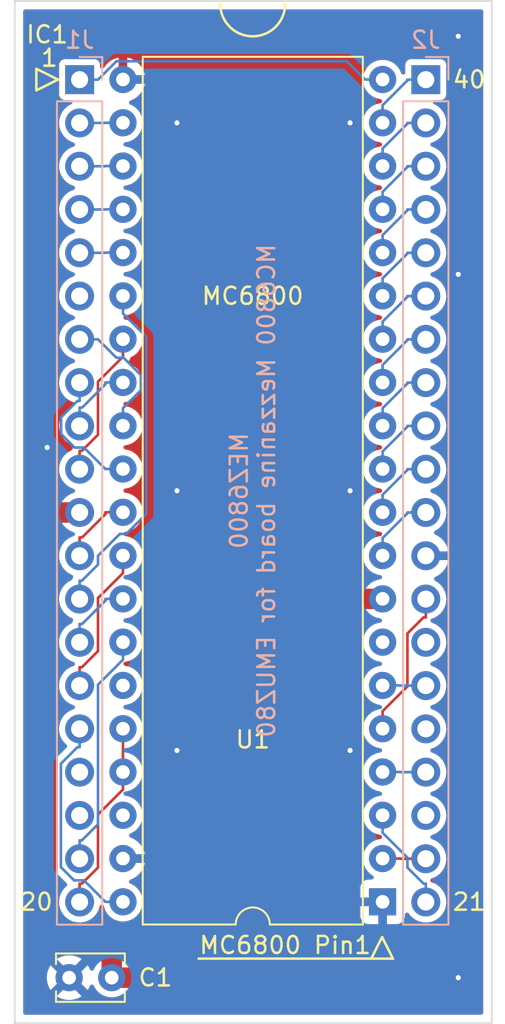
<source format=kicad_pcb>
(kicad_pcb (version 20211014) (generator pcbnew)
  (title_block (title "EMU6502") (date "2022-08-09") (rev "A"))
  (layers (0 "F.Cu" signal) (31 "B.Cu" signal) (34 "B.Paste" user) (35 "F.Paste" user) (36 "B.SilkS" user "B.Silkscreen") (37 "F.SilkS" user "F.Silkscreen") (38 "B.Mask" user) (39 "F.Mask" user) (44 "Edge.Cuts" user))
  (net 0 "")
  (net 1 "GND")
  (net 2 "VCC")
  (net 3 "A11")
  (net 4 "A12")
  (net 5 "A13")
  (net 6 "A14")
  (net 7 "A15")
  (net 8 "~{RW}")
  (net 9 "D4")
  (net 10 "D3")
  (net 11 "D5")
  (net 12 "D6")
  (net 13 "D2")
  (net 14 "D7")
  (net 15 "D0")
  (net 16 "D1")
  (net 18 "PHI2")
  (net 19 "~{RESET}")
  (net 20 "A10")
  (net 21 "A9")
  (net 22 "A8")
  (net 23 "A7")
  (net 24 "A6")
  (net 25 "A5")
  (net 26 "A4")
  (net 27 "A3")
  (net 28 "A2")
  (net 29 "A1")
  (net 30 "A0")
  (net 31 "VMA")
  (net 33 "~{NMI}")
  (net 35 "~{IRQ}")
  (net 37 "~{HALT}")
  (net 38 "PHI1")
  (footprint "Package_DIP:DIP-40_W15.24mm" (layer "F.Cu") (at 121.595 142.875 180)
    (fp_text reference "U1" (at 7.62 9.52) (layer "F.SilkS"))
    (fp_text value "MC6800")
    (fp_line (start 1.16 49.59) (end 14.08 49.59) (layer "F.SilkS") (width 0.12))
    (fp_line (start 14.08 49.59) (end 14.08 -1.33) (layer "F.SilkS") (width 0.12))
    (fp_line (start 6.62 -1.33) (end 1.16 -1.33) (layer "F.SilkS") (width 0.12))
    (fp_line (start 14.08 -1.33) (end 8.62 -1.33) (layer "F.SilkS") (width 0.12))
    (fp_line (start 1.16 -1.33) (end 1.16 49.59) (layer "F.SilkS") (width 0.12))
    (fp_arc (start 8.62 -1.33) (mid 7.62 -0.33) (end 6.62 -1.33) (layer "F.SilkS") (width 0.12))
    (pad "1" thru_hole rect (at 0 0 180) (size 1.6 1.6) (drill 0.8) (layers *.Cu *.Mask) (net 1 "GND"))
    (pad "2" thru_hole oval (at 0 2.54 180) (size 1.6 1.6) (drill 0.8) (layers *.Cu *.Mask) (net 37 "~{HALT}"))
    (pad "3" thru_hole oval (at 0 5.08 180) (size 1.6 1.6) (drill 0.8) (layers *.Cu *.Mask) (net 38 "PHI1"))
    (pad "4" thru_hole oval (at 0 7.62 180) (size 1.6 1.6) (drill 0.8) (layers *.Cu *.Mask) (net 35 "~{IRQ}"))
    (pad "5" thru_hole oval (at 0 10.16 180) (size 1.6 1.6) (drill 0.8) (layers *.Cu *.Mask) (net 31 "VMA"))
    (pad "6" thru_hole oval (at 0 12.7 180) (size 1.6 1.6) (drill 0.8) (layers *.Cu *.Mask) (net 33 "~{NMI}"))
    (pad "7" thru_hole oval (at 0 15.24 180) (size 1.6 1.6) (drill 0.8) (layers *.Cu *.Mask))
    (pad "8" thru_hole oval (at 0 17.78 180) (size 1.6 1.6) (drill 0.8) (layers *.Cu *.Mask) (net 2 "VCC"))
    (pad "9" thru_hole oval (at 0 20.32 180) (size 1.6 1.6) (drill 0.8) (layers *.Cu *.Mask) (net 30 "A0"))
    (pad "10" thru_hole oval (at 0 22.86 180) (size 1.6 1.6) (drill 0.8) (layers *.Cu *.Mask) (net 29 "A1"))
    (pad "11" thru_hole oval (at 0 25.4 180) (size 1.6 1.6) (drill 0.8) (layers *.Cu *.Mask) (net 28 "A2"))
    (pad "12" thru_hole oval (at 0 27.94 180) (size 1.6 1.6) (drill 0.8) (layers *.Cu *.Mask) (net 27 "A3"))
    (pad "13" thru_hole oval (at 0 30.48 180) (size 1.6 1.6) (drill 0.8) (layers *.Cu *.Mask) (net 26 "A4"))
    (pad "14" thru_hole oval (at 0 33.02 180) (size 1.6 1.6) (drill 0.8) (layers *.Cu *.Mask) (net 25 "A5"))
    (pad "15" thru_hole oval (at 0 35.56 180) (size 1.6 1.6) (drill 0.8) (layers *.Cu *.Mask) (net 24 "A6"))
    (pad "16" thru_hole oval (at 0 38.1 180) (size 1.6 1.6) (drill 0.8) (layers *.Cu *.Mask) (net 23 "A7"))
    (pad "17" thru_hole oval (at 0 40.64 180) (size 1.6 1.6) (drill 0.8) (layers *.Cu *.Mask) (net 22 "A8"))
    (pad "18" thru_hole oval (at 0 43.18 180) (size 1.6 1.6) (drill 0.8) (layers *.Cu *.Mask) (net 21 "A9"))
    (pad "19" thru_hole oval (at 0 45.72 180) (size 1.6 1.6) (drill 0.8) (layers *.Cu *.Mask) (net 20 "A10"))
    (pad "20" thru_hole oval (at 0 48.26 180) (size 1.6 1.6) (drill 0.8) (layers *.Cu *.Mask) (net 3 "A11"))
    (pad "21" thru_hole oval (at 15.24 48.26 180) (size 1.6 1.6) (drill 0.8) (layers *.Cu *.Mask) (net 1 "GND"))
    (pad "22" thru_hole oval (at 15.24 45.72 180) (size 1.6 1.6) (drill 0.8) (layers *.Cu *.Mask) (net 4 "A12"))
    (pad "23" thru_hole oval (at 15.24 43.18 180) (size 1.6 1.6) (drill 0.8) (layers *.Cu *.Mask) (net 5 "A13"))
    (pad "24" thru_hole oval (at 15.24 40.64 180) (size 1.6 1.6) (drill 0.8) (layers *.Cu *.Mask) (net 6 "A14"))
    (pad "25" thru_hole oval (at 15.24 38.1 180) (size 1.6 1.6) (drill 0.8) (layers *.Cu *.Mask) (net 7 "A15"))
    (pad "26" thru_hole oval (at 15.24 35.56 180) (size 1.6 1.6) (drill 0.8) (layers *.Cu *.Mask) (net 14 "D7"))
    (pad "27" thru_hole oval (at 15.24 33.02 180) (size 1.6 1.6) (drill 0.8) (layers *.Cu *.Mask) (net 12 "D6"))
    (pad "28" thru_hole oval (at 15.24 30.48 180) (size 1.6 1.6) (drill 0.8) (layers *.Cu *.Mask) (net 11 "D5"))
    (pad "29" thru_hole oval (at 15.24 27.94 180) (size 1.6 1.6) (drill 0.8) (layers *.Cu *.Mask) (net 9 "D4"))
    (pad "30" thru_hole oval (at 15.24 25.4 180) (size 1.6 1.6) (drill 0.8) (layers *.Cu *.Mask) (net 10 "D3"))
    (pad "31" thru_hole oval (at 15.24 22.86 180) (size 1.6 1.6) (drill 0.8) (layers *.Cu *.Mask) (net 13 "D2"))
    (pad "32" thru_hole oval (at 15.24 20.32 180) (size 1.6 1.6) (drill 0.8) (layers *.Cu *.Mask) (net 16 "D1"))
    (pad "33" thru_hole oval (at 15.24 17.78 180) (size 1.6 1.6) (drill 0.8) (layers *.Cu *.Mask) (net 15 "D0"))
    (pad "34" thru_hole oval (at 15.24 15.24 180) (size 1.6 1.6) (drill 0.8) (layers *.Cu *.Mask) (net 8 "~{RW}"))
    (pad "35" thru_hole oval (at 15.24 12.7 180) (size 1.6 1.6) (drill 0.8) (layers *.Cu *.Mask))
    (pad "36" thru_hole oval (at 15.24 10.16 180) (size 1.6 1.6) (drill 0.8) (layers *.Cu *.Mask) (net 18 "PHI2"))
    (pad "37" thru_hole oval (at 15.24 7.62 180) (size 1.6 1.6) (drill 0.8) (layers *.Cu *.Mask) (net 18 "PHI2"))
    (pad "38" thru_hole oval (at 15.24 5.08 180) (size 1.6 1.6) (drill 0.8) (layers *.Cu *.Mask))
    (pad "39" thru_hole oval (at 15.24 2.54 180) (size 1.6 1.6) (drill 0.8) (layers *.Cu *.Mask) (net 1 "GND"))
    (pad "40" thru_hole oval (at 15.24 0 180) (size 1.6 1.6) (drill 0.8) (layers *.Cu *.Mask) (net 19 "~{RESET}"))
  )
  (footprint "Capacitor_THT:C_Disc_D3.8mm_W2.6mm_P2.50mm" (layer "F.Cu") (at 105.695 147.325 180)
    (fp_text reference "C1" (at -2.56 0) (layer "F.SilkS"))
    (fp_text value "0.1uF")
    (fp_line (start -0.77 -1.42) (end -0.77 -0.795) (layer "F.SilkS") (width 0.12))
    (fp_line (start -0.77 1.42) (end 3.27 1.42) (layer "F.SilkS") (width 0.12))
    (fp_line (start 3.27 0.795) (end 3.27 1.42) (layer "F.SilkS") (width 0.12))
    (fp_line (start -0.77 0.795) (end -0.77 1.42) (layer "F.SilkS") (width 0.12))
    (fp_line (start 3.27 -1.42) (end 3.27 -0.795) (layer "F.SilkS") (width 0.12))
    (fp_line (start -0.77 -1.42) (end 3.27 -1.42) (layer "F.SilkS") (width 0.12))
    (pad "1" thru_hole circle (at 0 0 180) (size 1.6 1.6) (drill 0.8) (layers *.Cu *.Mask) (net 2 "VCC"))
    (pad "2" thru_hole circle (at 2.5 0 180) (size 1.6 1.6) (drill 0.8) (layers *.Cu *.Mask) (net 1 "GND"))
  )
  (footprint "Connector_PinHeader_2.54mm:PinHeader_1x20_P2.54mm_Vertical" (layer "B.Cu") (at 124.13 94.625 180)
    (fp_text reference "J2" (at 0 2.33) (layer "B.SilkS") (effects (justify mirror)))
    (fp_text value "Conn_01x20")
    (fp_line (start -1.33 0) (end -1.33 1.33) (layer "B.SilkS") (width 0.12))
    (fp_line (start -1.33 -1.27) (end -1.33 -49.59) (layer "B.SilkS") (width 0.12))
    (fp_line (start -1.33 -49.59) (end 1.33 -49.59) (layer "B.SilkS") (width 0.12))
    (fp_line (start -1.33 -1.27) (end 1.33 -1.27) (layer "B.SilkS") (width 0.12))
    (fp_line (start -1.33 1.33) (end 0 1.33) (layer "B.SilkS") (width 0.12))
    (fp_line (start 1.33 -1.27) (end 1.33 -49.59) (layer "B.SilkS") (width 0.12))
    (pad "1" thru_hole rect (at 0 0 180) (size 1.7 1.7) (drill 1) (layers *.Cu *.Mask) (net 20 "A10"))
    (pad "2" thru_hole oval (at 0 -2.54 180) (size 1.7 1.7) (drill 1) (layers *.Cu *.Mask) (net 21 "A9"))
    (pad "3" thru_hole oval (at 0 -5.08 180) (size 1.7 1.7) (drill 1) (layers *.Cu *.Mask) (net 22 "A8"))
    (pad "4" thru_hole oval (at 0 -7.62 180) (size 1.7 1.7) (drill 1) (layers *.Cu *.Mask) (net 23 "A7"))
    (pad "5" thru_hole oval (at 0 -10.16 180) (size 1.7 1.7) (drill 1) (layers *.Cu *.Mask) (net 24 "A6"))
    (pad "6" thru_hole oval (at 0 -12.7 180) (size 1.7 1.7) (drill 1) (layers *.Cu *.Mask) (net 25 "A5"))
    (pad "7" thru_hole oval (at 0 -15.24 180) (size 1.7 1.7) (drill 1) (layers *.Cu *.Mask) (net 26 "A4"))
    (pad "8" thru_hole oval (at 0 -17.78 180) (size 1.7 1.7) (drill 1) (layers *.Cu *.Mask) (net 27 "A3"))
    (pad "9" thru_hole oval (at 0 -20.32 180) (size 1.7 1.7) (drill 1) (layers *.Cu *.Mask) (net 28 "A2"))
    (pad "10" thru_hole oval (at 0 -22.86 180) (size 1.7 1.7) (drill 1) (layers *.Cu *.Mask) (net 29 "A1"))
    (pad "11" thru_hole oval (at 0 -25.4 180) (size 1.7 1.7) (drill 1) (layers *.Cu *.Mask) (net 30 "A0"))
    (pad "12" thru_hole oval (at 0 -27.94 180) (size 1.7 1.7) (drill 1) (layers *.Cu *.Mask) (net 1 "GND"))
    (pad "13" thru_hole oval (at 0 -30.48 180) (size 1.7 1.7) (drill 1) (layers *.Cu *.Mask) (net 31 "VMA"))
    (pad "14" thru_hole oval (at 0 -33.02 180) (size 1.7 1.7) (drill 1) (layers *.Cu *.Mask))
    (pad "15" thru_hole oval (at 0 -35.56 180) (size 1.7 1.7) (drill 1) (layers *.Cu *.Mask) (net 33 "~{NMI}"))
    (pad "16" thru_hole oval (at 0 -38.1 180) (size 1.7 1.7) (drill 1) (layers *.Cu *.Mask))
    (pad "17" thru_hole oval (at 0 -40.64 180) (size 1.7 1.7) (drill 1) (layers *.Cu *.Mask) (net 35 "~{IRQ}"))
    (pad "18" thru_hole oval (at 0 -43.18 180) (size 1.7 1.7) (drill 1) (layers *.Cu *.Mask))
    (pad "19" thru_hole oval (at 0 -45.72 180) (size 1.7 1.7) (drill 1) (layers *.Cu *.Mask) (net 37 "~{HALT}"))
    (pad "20" thru_hole oval (at 0 -48.26 180) (size 1.7 1.7) (drill 1) (layers *.Cu *.Mask) (net 38 "PHI1"))
  )
  (footprint "Connector_PinHeader_2.54mm:PinHeader_1x20_P2.54mm_Vertical" (layer "B.Cu") (at 103.81 94.625 180)
    (fp_text reference "J1" (at 0 2.33) (layer "B.SilkS") (effects (justify mirror)))
    (fp_text value "Conn_01x20")
    (fp_line (start -1.33 1.33) (end 0 1.33) (layer "B.SilkS") (width 0.12))
    (fp_line (start -1.33 -1.27) (end -1.33 -49.59) (layer "B.SilkS") (width 0.12))
    (fp_line (start -1.33 -49.59) (end 1.33 -49.59) (layer "B.SilkS") (width 0.12))
    (fp_line (start -1.33 0) (end -1.33 1.33) (layer "B.SilkS") (width 0.12))
    (fp_line (start -1.33 -1.27) (end 1.33 -1.27) (layer "B.SilkS") (width 0.12))
    (fp_line (start 1.33 -1.27) (end 1.33 -49.59) (layer "B.SilkS") (width 0.12))
    (pad "1" thru_hole rect (at 0 0 180) (size 1.7 1.7) (drill 1) (layers *.Cu *.Mask) (net 3 "A11"))
    (pad "2" thru_hole oval (at 0 -2.54 180) (size 1.7 1.7) (drill 1) (layers *.Cu *.Mask) (net 4 "A12"))
    (pad "3" thru_hole oval (at 0 -5.08 180) (size 1.7 1.7) (drill 1) (layers *.Cu *.Mask) (net 5 "A13"))
    (pad "4" thru_hole oval (at 0 -7.62 180) (size 1.7 1.7) (drill 1) (layers *.Cu *.Mask) (net 6 "A14"))
    (pad "5" thru_hole oval (at 0 -10.16 180) (size 1.7 1.7) (drill 1) (layers *.Cu *.Mask) (net 7 "A15"))
    (pad "6" thru_hole oval (at 0 -12.7 180) (size 1.7 1.7) (drill 1) (layers *.Cu *.Mask))
    (pad "7" thru_hole oval (at 0 -15.24 180) (size 1.7 1.7) (drill 1) (layers *.Cu *.Mask) (net 9 "D4"))
    (pad "8" thru_hole oval (at 0 -17.78 180) (size 1.7 1.7) (drill 1) (layers *.Cu *.Mask) (net 10 "D3"))
    (pad "9" thru_hole oval (at 0 -20.32 180) (size 1.7 1.7) (drill 1) (layers *.Cu *.Mask) (net 11 "D5"))
    (pad "10" thru_hole oval (at 0 -22.86 180) (size 1.7 1.7) (drill 1) (layers *.Cu *.Mask) (net 12 "D6"))
    (pad "11" thru_hole oval (at 0 -25.4 180) (size 1.7 1.7) (drill 1) (layers *.Cu *.Mask) (net 2 "VCC"))
    (pad "12" thru_hole oval (at 0 -27.94 180) (size 1.7 1.7) (drill 1) (layers *.Cu *.Mask) (net 13 "D2"))
    (pad "13" thru_hole oval (at 0 -30.48 180) (size 1.7 1.7) (drill 1) (layers *.Cu *.Mask) (net 14 "D7"))
    (pad "14" thru_hole oval (at 0 -33.02 180) (size 1.7 1.7) (drill 1) (layers *.Cu *.Mask) (net 15 "D0"))
    (pad "15" thru_hole oval (at 0 -35.56 180) (size 1.7 1.7) (drill 1) (layers *.Cu *.Mask) (net 16 "D1"))
    (pad "16" thru_hole oval (at 0 -38.1 180) (size 1.7 1.7) (drill 1) (layers *.Cu *.Mask) (net 19 "~{RESET}"))
    (pad "17" thru_hole oval (at 0 -40.64 180) (size 1.7 1.7) (drill 1) (layers *.Cu *.Mask))
    (pad "18" thru_hole oval (at 0 -43.18 180) (size 1.7 1.7) (drill 1) (layers *.Cu *.Mask))
    (pad "19" thru_hole oval (at 0 -45.72 180) (size 1.7 1.7) (drill 1) (layers *.Cu *.Mask) (net 8 "~{RW}"))
    (pad "20" thru_hole oval (at 0 -48.26 180) (size 1.7 1.7) (drill 1) (layers *.Cu *.Mask) (net 18 "PHI2"))
  )
  (gr_poly (pts (xy 122.1996 146.2074) (xy 120.9296 146.2074) (xy 121.5646 144.9374)) (layer "F.SilkS") (width 0.15) (fill none))
  (gr_line (start 110.795 146.2074) (end 120.9296 146.2074) (layer "F.SilkS") (width 0.15))
  (gr_poly (pts (xy 102.54 94.62) (xy 101.27 95.255) (xy 101.27 93.985)) (layer "F.SilkS") (width 0.15) (fill none))
  (gr_arc (start 115.875 90.175) (mid 113.97 92.08) (end 112.065 90.175) (layer "F.SilkS") (width 0.15))
  (gr_rect locked (start 100 150) (end 128 90) (layer "Edge.Cuts") (width 0.1) (fill none))
  (gr_text "MEZ6800\nMC6800 Mezzanine board for EMUZ80" (at 113.97 118.75 90) (layer "B.SilkS") (effects (font (size 1 1)) (justify mirror)))
  (gr_text "MC6800 Pin1" (at 115.875 145.42) (layer "F.SilkS") (effects (font (size 1 1))))
  (gr_text "21" (at 126.67 142.88) (layer "F.SilkS") (effects (font (size 1 1))))
  (gr_text "20" (at 101.27 142.88) (layer "F.SilkS") (effects (font (size 1 1))))
  (gr_text "1" (at 102.032 93.35) (layer "F.SilkS") (effects (font (size 1 1))))
  (gr_text "IC1" (at 101.905 91.9784) (layer "F.SilkS") (effects (font (size 1 1))))
  (gr_text "40" (at 126.67 94.62) (layer "F.SilkS") (effects (font (size 1 1))))
  (gr_text "MC6800" (at 113.97 107.32) (layer "F.SilkS") (effects (font (size 1 1))))
  (via (at 119.685 133.99) (size 0.605) (drill 0.3) (layers "F.Cu" "B.Cu") (net 1))
  (via (at 119.685 97.16) (size 0.605) (drill 0.3) (layers "F.Cu" "B.Cu") (net 1))
  (via (at 126.035 106.05) (size 0.605) (drill 0.3) (layers "F.Cu" "B.Cu") (net 1))
  (via (at 109.525 133.99) (size 0.605) (drill 0.3) (layers "F.Cu" "B.Cu") (net 1))
  (via (at 109.525 97.16) (size 0.605) (drill 0.3) (layers "F.Cu" "B.Cu") (net 1))
  (via (at 119.685 118.75) (size 0.605) (drill 0.3) (layers "F.Cu" "B.Cu") (net 1))
  (via (at 126.035 147.325) (size 0.605) (drill 0.3) (layers "F.Cu" "B.Cu") (net 1))
  (via (at 101.905 116.21) (size 0.605) (drill 0.3) (layers "F.Cu" "B.Cu") (net 1))
  (via (at 109.525 118.75) (size 0.605) (drill 0.3) (layers "F.Cu" "B.Cu") (net 1))
  (via (at 126.035 92.08) (size 0.605) (drill 0.3) (layers "F.Cu" "B.Cu") (net 1))
  (segment (start 117.78 146.055) (end 117.78 126.37) (width 1.2) (layer "F.Cu") (net 2))
  (segment (start 117.78 126.37) (end 119.055 125.095) (width 1.2) (layer "F.Cu") (net 2))
  (segment (start 103.81 120.025) (end 102.535 120.025) (width 1.2) (layer "F.Cu") (net 2))
  (segment (start 102.535 120.025) (end 101.905 120.655) (width 1.2) (layer "F.Cu") (net 2))
  (segment (start 101.905 144.15) (end 103.175 145.42) (width 1.2) (layer "F.Cu") (net 2))
  (segment (start 103.175 145.42) (end 105.08 145.42) (width 1.2) (layer "F.Cu") (net 2))
  (segment (start 105.695 146.075) (end 105.695 147.325) (width 1.2) (layer "F.Cu") (net 2))
  (segment (start 105.08 145.42) (end 105.715 146.055) (width 1.2) (layer "F.Cu") (net 2))
  (segment (start 105.695 147.325) (end 116.51 147.325) (width 1.2) (layer "F.Cu") (net 2))
  (segment (start 116.51 147.325) (end 117.78 146.055) (width 1.2) (layer "F.Cu") (net 2))
  (segment (start 105.715 146.055) (end 105.695 146.075) (width 1.2) (layer "F.Cu") (net 2))
  (segment (start 101.905 120.655) (end 101.905 144.15) (width 1.2) (layer "F.Cu") (net 2))
  (segment (start 119.055 125.095) (end 121.595 125.095) (width 1.2) (layer "F.Cu") (net 2))
  (segment (start 105.9691 93.5448) (end 119.4959 93.5448) (width 0.1524) (layer "B.Cu") (net 3))
  (segment (start 104.8889 94.625) (end 105.9691 93.5448) (width 0.1524) (layer "B.Cu") (net 3))
  (segment (start 119.4959 93.5448) (end 120.5661 94.615) (width 0.1524) (layer "B.Cu") (net 3))
  (segment (start 103.81 94.625) (end 104.8889 94.625) (width 0.1524) (layer "B.Cu") (net 3))
  (segment (start 121.595 94.615) (end 120.5661 94.615) (width 0.1524) (layer "B.Cu") (net 3))
  (segment (start 105.3161 97.165) (end 105.3261 97.155) (width 0.1524) (layer "B.Cu") (net 4))
  (segment (start 103.81 97.165) (end 105.3161 97.165) (width 0.1524) (layer "B.Cu") (net 4))
  (segment (start 106.355 97.155) (end 105.3261 97.155) (width 0.1524) (layer "B.Cu") (net 4))
  (segment (start 105.3161 99.705) (end 105.3261 99.695) (width 0.1524) (layer "B.Cu") (net 5))
  (segment (start 106.355 99.695) (end 105.3261 99.695) (width 0.1524) (layer "B.Cu") (net 5))
  (segment (start 103.81 99.705) (end 105.3161 99.705) (width 0.1524) (layer "B.Cu") (net 5))
  (segment (start 103.81 102.245) (end 105.3161 102.245) (width 0.1524) (layer "B.Cu") (net 6))
  (segment (start 105.3161 102.245) (end 105.3261 102.235) (width 0.1524) (layer "B.Cu") (net 6))
  (segment (start 106.355 102.235) (end 105.3261 102.235) (width 0.1524) (layer "B.Cu") (net 6))
  (segment (start 105.3161 104.785) (end 105.3261 104.775) (width 0.1524) (layer "B.Cu") (net 7))
  (segment (start 106.355 104.775) (end 105.3261 104.775) (width 0.1524) (layer "B.Cu") (net 7))
  (segment (start 103.81 104.785) (end 105.3161 104.785) (width 0.1524) (layer "B.Cu") (net 7))
  (segment (start 104.8889 138.3222) (end 104.8889 130.13) (width 0.1524) (layer "B.Cu") (net 8))
  (segment (start 106.355 127.635) (end 106.355 128.6639) (width 0.1524) (layer "B.Cu") (net 8))
  (segment (start 103.945 139.2661) (end 104.8889 138.3222) (width 0.1524) (layer "B.Cu") (net 8))
  (segment (start 103.81 140.345) (end 103.81 139.2661) (width 0.1524) (layer "B.Cu") (net 8))
  (segment (start 104.8889 130.13) (end 106.355 128.6639) (width 0.1524) (layer "B.Cu") (net 8))
  (segment (start 103.81 139.2661) (end 103.945 139.2661) (width 0.1524) (layer "B.Cu") (net 8))
  (segment (start 103.81 109.865) (end 104.8889 109.865) (width 0.1524) (layer "B.Cu") (net 9))
  (segment (start 106.355 114.935) (end 106.355 113.9061) (width 0.1524) (layer "B.Cu") (net 9))
  (segment (start 106.3869 110.9439) (end 107.4046 111.9616) (width 0.1524) (layer "B.Cu") (net 9))
  (segment (start 107.4046 112.8565) (end 106.355 113.9061) (width 0.1524) (layer "B.Cu") (net 9))
  (segment (start 105.9678 110.9439) (end 106.3869 110.9439) (width 0.1524) (layer "B.Cu") (net 9))
  (segment (start 104.8889 109.865) (end 105.9678 110.9439) (width 0.1524) (layer "B.Cu") (net 9))
  (segment (start 107.4046 111.9616) (end 107.4046 112.8565) (width 0.1524) (layer "B.Cu") (net 9))
  (segment (start 104.0661 116.215) (end 105.3261 117.475) (width 0.1524) (layer "B.Cu") (net 10))
  (segment (start 106.355 117.475) (end 105.3261 117.475) (width 0.1524) (layer "B.Cu") (net 10))
  (segment (start 103.81 112.405) (end 103.81 113.4839) (width 0.1524) (layer "B.Cu") (net 10))
  (segment (start 103.5146 116.215) (end 104.0661 116.215) (width 0.1524) (layer "B.Cu") (net 10))
  (segment (start 103.81 113.4839) (end 103.6751 113.4839) (width 0.1524) (layer "B.Cu") (net 10))
  (segment (start 102.7243 114.4347) (end 102.7243 115.4247) (width 0.1524) (layer "B.Cu") (net 10))
  (segment (start 103.6751 113.4839) (end 102.7243 114.4347) (width 0.1524) (layer "B.Cu") (net 10))
  (segment (start 102.7243 115.4247) (end 103.5146 116.215) (width 0.1524) (layer "B.Cu") (net 10))
  (segment (start 106.355 112.395) (end 105.3261 112.395) (width 0.1524) (layer "B.Cu") (net 11))
  (segment (start 103.81 113.8661) (end 103.9616 113.8661) (width 0.1524) (layer "B.Cu") (net 11))
  (segment (start 103.81 114.945) (end 103.81 113.8661) (width 0.1524) (layer "B.Cu") (net 11))
  (segment (start 105.3261 112.5016) (end 105.3261 112.395) (width 0.1524) (layer "B.Cu") (net 11))
  (segment (start 103.9616 113.8661) (end 105.3261 112.5016) (width 0.1524) (layer "B.Cu") (net 11))
  (segment (start 103.81 116.4061) (end 103.945 116.4061) (width 0.1524) (layer "F.Cu") (net 12))
  (segment (start 106.355 109.855) (end 106.355 110.8839) (width 0.1524) (layer "F.Cu") (net 12))
  (segment (start 104.8889 115.4622) (end 104.8889 112.35) (width 0.1524) (layer "F.Cu") (net 12))
  (segment (start 103.81 117.485) (end 103.81 116.4061) (width 0.1524) (layer "F.Cu") (net 12))
  (segment (start 104.8889 112.35) (end 106.355 110.8839) (width 0.1524) (layer "F.Cu") (net 12))
  (segment (start 103.945 116.4061) (end 104.8889 115.4622) (width 0.1524) (layer "F.Cu") (net 12))
  (segment (start 103.81 121.4861) (end 103.9616 121.4861) (width 0.1524) (layer "F.Cu") (net 13))
  (segment (start 103.81 122.565) (end 103.81 121.4861) (width 0.1524) (layer "F.Cu") (net 13))
  (segment (start 105.3261 120.1216) (end 105.3261 120.015) (width 0.1524) (layer "F.Cu") (net 13))
  (segment (start 106.355 120.015) (end 105.3261 120.015) (width 0.1524) (layer "F.Cu") (net 13))
  (segment (start 103.9616 121.4861) (end 105.3261 120.1216) (width 0.1524) (layer "F.Cu") (net 13))
  (segment (start 106.355 107.315) (end 106.355 108.3439) (width 0.1524) (layer "B.Cu") (net 14))
  (segment (start 106.1696 121.285) (end 106.5492 121.285) (width 0.1524) (layer "B.Cu") (net 14))
  (segment (start 106.5492 121.285) (end 107.7211 120.1131) (width 0.1524) (layer "B.Cu") (net 14))
  (segment (start 107.7211 109.71) (end 106.355 108.3439) (width 0.1524) (layer "B.Cu") (net 14))
  (segment (start 104.8889 122.5657) (end 106.1696 121.285) (width 0.1524) (layer "B.Cu") (net 14))
  (segment (start 103.945 124.0261) (end 104.8889 123.0822) (width 0.1524) (layer "B.Cu") (net 14))
  (segment (start 107.7211 120.1131) (end 107.7211 109.71) (width 0.1524) (layer "B.Cu") (net 14))
  (segment (start 104.8889 123.0822) (end 104.8889 122.5657) (width 0.1524) (layer "B.Cu") (net 14))
  (segment (start 103.81 125.105) (end 103.81 124.0261) (width 0.1524) (layer "B.Cu") (net 14))
  (segment (start 103.81 124.0261) (end 103.945 124.0261) (width 0.1524) (layer "B.Cu") (net 14))
  (segment (start 103.81 126.5661) (end 103.9616 126.5661) (width 0.1524) (layer "B.Cu") (net 15))
  (segment (start 105.3261 125.2016) (end 105.3261 125.095) (width 0.1524) (layer "B.Cu") (net 15))
  (segment (start 106.355 125.095) (end 105.3261 125.095) (width 0.1524) (layer "B.Cu") (net 15))
  (segment (start 103.81 127.645) (end 103.81 126.5661) (width 0.1524) (layer "B.Cu") (net 15))
  (segment (start 103.9616 126.5661) (end 105.3261 125.2016) (width 0.1524) (layer "B.Cu") (net 15))
  (segment (start 103.945 129.1061) (end 104.8889 128.1622) (width 0.1524) (layer "F.Cu") (net 16))
  (segment (start 104.8889 125.05) (end 106.355 123.5839) (width 0.1524) (layer "F.Cu") (net 16))
  (segment (start 106.355 122.555) (end 106.355 123.5839) (width 0.1524) (layer "F.Cu") (net 16))
  (segment (start 103.81 129.1061) (end 103.945 129.1061) (width 0.1524) (layer "F.Cu") (net 16))
  (segment (start 104.8889 128.1622) (end 104.8889 125.05) (width 0.1524) (layer "F.Cu") (net 16))
  (segment (start 103.81 130.185) (end 103.81 129.1061) (width 0.1524) (layer "F.Cu") (net 16))
  (segment (start 106.355 135.255) (end 106.355 132.715) (width 0.1524) (layer "F.Cu") (net 18))
  (segment (start 103.81 142.885) (end 103.81 141.8061) (width 0.1524) (layer "F.Cu") (net 18))
  (segment (start 103.945 141.8061) (end 104.8889 140.8622) (width 0.1524) (layer "F.Cu") (net 18))
  (segment (start 104.8889 137.75) (end 106.355 136.2839) (width 0.1524) (layer "F.Cu") (net 18))
  (segment (start 106.355 135.255) (end 106.355 136.2839) (width 0.1524) (layer "F.Cu") (net 18))
  (segment (start 103.81 141.8061) (end 103.945 141.8061) (width 0.1524) (layer "F.Cu") (net 18))
  (segment (start 104.8889 140.8622) (end 104.8889 137.75) (width 0.1524) (layer "F.Cu") (net 18))
  (segment (start 103.81 132.725) (end 103.81 133.8039) (width 0.1524) (layer "B.Cu") (net 19))
  (segment (start 103.4871 141.615) (end 104.0661 141.615) (width 0.1524) (layer "B.Cu") (net 19))
  (segment (start 102.7116 134.7674) (end 102.7116 140.8395) (width 0.1524) (layer "B.Cu") (net 19))
  (segment (start 102.7116 140.8395) (end 103.4871 141.615) (width 0.1524) (layer "B.Cu") (net 19))
  (segment (start 104.0661 141.615) (end 105.3261 142.875) (width 0.1524) (layer "B.Cu") (net 19))
  (segment (start 103.81 133.8039) (end 103.6751 133.8039) (width 0.1524) (layer "B.Cu") (net 19))
  (segment (start 103.6751 133.8039) (end 102.7116 134.7674) (width 0.1524) (layer "B.Cu") (net 19))
  (segment (start 106.355 142.875) (end 105.3261 142.875) (width 0.1524) (layer "B.Cu") (net 19))
  (segment (start 123.0511 94.625) (end 123.0511 94.67) (width 0.1524) (layer "B.Cu") (net 20))
  (segment (start 124.13 94.625) (end 123.0511 94.625) (width 0.1524) (layer "B.Cu") (net 20))
  (segment (start 123.0511 94.67) (end 121.595 96.1261) (width 0.1524) (layer "B.Cu") (net 20))
  (segment (start 121.595 97.155) (end 121.595 96.1261) (width 0.1524) (layer "B.Cu") (net 20))
  (segment (start 123.0511 97.21) (end 121.595 98.6661) (width 0.1524) (layer "B.Cu") (net 21))
  (segment (start 123.0511 97.165) (end 123.0511 97.21) (width 0.1524) (layer "B.Cu") (net 21))
  (segment (start 121.595 99.695) (end 121.595 98.6661) (width 0.1524) (layer "B.Cu") (net 21))
  (segment (start 124.13 97.165) (end 123.0511 97.165) (width 0.1524) (layer "B.Cu") (net 21))
  (segment (start 121.595 102.235) (end 121.595 101.2061) (width 0.1524) (layer "B.Cu") (net 22))
  (segment (start 123.0511 99.705) (end 123.0511 99.75) (width 0.1524) (layer "B.Cu") (net 22))
  (segment (start 123.0511 99.75) (end 121.595 101.2061) (width 0.1524) (layer "B.Cu") (net 22))
  (segment (start 124.13 99.705) (end 123.0511 99.705) (width 0.1524) (layer "B.Cu") (net 22))
  (segment (start 121.595 104.775) (end 121.595 103.7461) (width 0.1524) (layer "B.Cu") (net 23))
  (segment (start 124.13 102.245) (end 123.0511 102.245) (width 0.1524) (layer "B.Cu") (net 23))
  (segment (start 123.0511 102.245) (end 123.0511 102.29) (width 0.1524) (layer "B.Cu") (net 23))
  (segment (start 123.0511 102.29) (end 121.595 103.7461) (width 0.1524) (layer "B.Cu") (net 23))
  (segment (start 121.595 107.315) (end 121.595 106.2861) (width 0.1524) (layer "B.Cu") (net 24))
  (segment (start 123.0511 104.785) (end 123.0511 104.83) (width 0.1524) (layer "B.Cu") (net 24))
  (segment (start 124.13 104.785) (end 123.0511 104.785) (width 0.1524) (layer "B.Cu") (net 24))
  (segment (start 123.0511 104.83) (end 121.595 106.2861) (width 0.1524) (layer "B.Cu") (net 24))
  (segment (start 124.13 107.325) (end 123.0511 107.325) (width 0.1524) (layer "B.Cu") (net 25))
  (segment (start 123.0511 107.37) (end 121.595 108.8261) (width 0.1524) (layer "B.Cu") (net 25))
  (segment (start 123.0511 107.325) (end 123.0511 107.37) (width 0.1524) (layer "B.Cu") (net 25))
  (segment (start 121.595 109.855) (end 121.595 108.8261) (width 0.1524) (layer "B.Cu") (net 25))
  (segment (start 123.0511 109.91) (end 121.595 111.3661) (width 0.1524) (layer "B.Cu") (net 26))
  (segment (start 124.13 109.865) (end 123.0511 109.865) (width 0.1524) (layer "B.Cu") (net 26))
  (segment (start 121.595 112.395) (end 121.595 111.3661) (width 0.1524) (layer "B.Cu") (net 26))
  (segment (start 123.0511 109.865) (end 123.0511 109.91) (width 0.1524) (layer "B.Cu") (net 26))
  (segment (start 121.595 114.935) (end 121.595 113.9061) (width 0.1524) (layer "B.Cu") (net 27))
  (segment (start 124.13 112.405) (end 123.0511 112.405) (width 0.1524) (layer "B.Cu") (net 27))
  (segment (start 123.0511 112.405) (end 123.0511 112.45) (width 0.1524) (layer "B.Cu") (net 27))
  (segment (start 123.0511 112.45) (end 121.595 113.9061) (width 0.1524) (layer "B.Cu") (net 27))
  (segment (start 121.595 117.475) (end 121.595 116.4461) (width 0.1524) (layer "B.Cu") (net 28))
  (segment (start 124.13 114.945) (end 123.0511 114.945) (width 0.1524) (layer "B.Cu") (net 28))
  (segment (start 123.0511 114.945) (end 123.0511 114.99) (width 0.1524) (layer "B.Cu") (net 28))
  (segment (start 123.0511 114.99) (end 121.595 116.4461) (width 0.1524) (layer "B.Cu") (net 28))
  (segment (start 121.595 120.015) (end 121.595 118.9861) (width 0.1524) (layer "B.Cu") (net 29))
  (segment (start 123.0511 117.485) (end 123.0511 117.53) (width 0.1524) (layer "B.Cu") (net 29))
  (segment (start 124.13 117.485) (end 123.0511 117.485) (width 0.1524) (layer "B.Cu") (net 29))
  (segment (start 123.0511 117.53) (end 121.595 118.9861) (width 0.1524) (layer "B.Cu") (net 29))
  (segment (start 124.13 120.025) (end 123.0511 120.025) (width 0.1524) (layer "B.Cu") (net 30))
  (segment (start 123.0511 120.07) (end 121.595 121.5261) (width 0.1524) (layer "B.Cu") (net 30))
  (segment (start 123.0511 120.025) (end 123.0511 120.07) (width 0.1524) (layer "B.Cu") (net 30))
  (segment (start 121.595 122.555) (end 121.595 121.5261) (width 0.1524) (layer "B.Cu") (net 30))
  (segment (start 123.995 126.1839) (end 123.0511 127.1278) (width 0.1524) (layer "F.Cu") (net 31))
  (segment (start 121.595 132.715) (end 121.595 131.6861) (width 0.1524) (layer "F.Cu") (net 31))
  (segment (start 123.0511 127.1278) (end 123.0511 130.23) (width 0.1524) (layer "F.Cu") (net 31))
  (segment (start 124.13 126.1839) (end 123.995 126.1839) (width 0.1524) (layer "F.Cu") (net 31))
  (segment (start 124.13 125.105) (end 124.13 126.1839) (width 0.1524) (layer "F.Cu") (net 31))
  (segment (start 123.0511 130.23) (end 121.595 131.6861) (width 0.1524) (layer "F.Cu") (net 31))
  (segment (start 124.13 130.185) (end 122.6339 130.185) (width 0.1524) (layer "B.Cu") (net 33))
  (segment (start 122.6339 130.185) (end 122.6239 130.175) (width 0.1524) (layer "B.Cu") (net 33))
  (segment (start 121.595 130.175) (end 122.6239 130.175) (width 0.1524) (layer "B.Cu") (net 33))
  (segment (start 124.13 135.265) (end 122.6339 135.265) (width 0.1524) (layer "B.Cu") (net 35))
  (segment (start 122.6339 135.265) (end 122.6239 135.255) (width 0.1524) (layer "B.Cu") (net 35))
  (segment (start 121.595 135.255) (end 122.6239 135.255) (width 0.1524) (layer "B.Cu") (net 35))
  (segment (start 122.6339 140.345) (end 122.6239 140.335) (width 0.1524) (layer "F.Cu") (net 37))
  (segment (start 121.595 140.335) (end 122.6239 140.335) (width 0.1524) (layer "F.Cu") (net 37))
  (segment (start 124.13 140.345) (end 122.6339 140.345) (width 0.1524) (layer "F.Cu") (net 37))
  (segment (start 123.0511 140.28) (end 121.595 138.8239) (width 0.1524) (layer "B.Cu") (net 38))
  (segment (start 124.13 141.8061) (end 123.995 141.8061) (width 0.1524) (layer "B.Cu") (net 38))
  (segment (start 123.995 141.8061) (end 123.0511 140.8622) (width 0.1524) (layer "B.Cu") (net 38))
  (segment (start 121.595 137.795) (end 121.595 138.8239) (width 0.1524) (layer "B.Cu") (net 38))
  (segment (start 124.13 142.885) (end 124.13 141.8061) (width 0.1524) (layer "B.Cu") (net 38))
  (segment (start 123.0511 140.8622) (end 123.0511 140.28) (width 0.1524) (layer "B.Cu") (net 38))
  (zone (net 1) (net_name "GND") (layers F&B.Cu) (connect_pads (clearance 0.35)) (min_thickness 0.254) (fill yes (thermal_gap 0.508) (thermal_bridge_width 0.508))
    (polygon (pts (xy 127.5 149.5) (xy 100.5 149.5) (xy 100.5 90.5) (xy 127.5 90.5)))
  )
)
</source>
